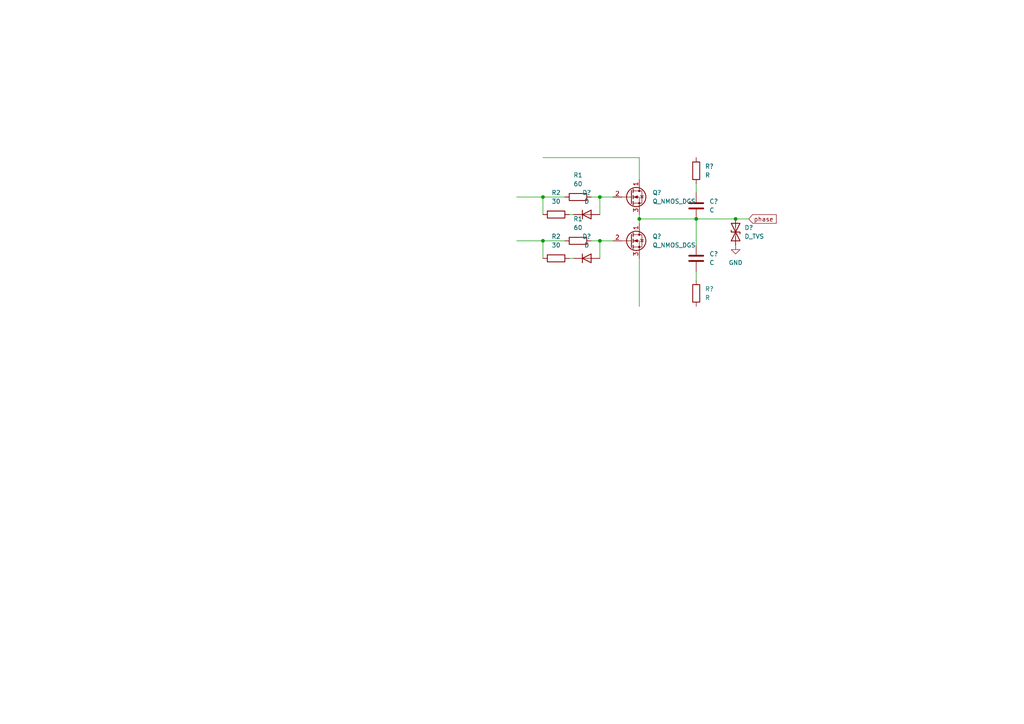
<source format=kicad_sch>
(kicad_sch (version 20211123) (generator eeschema)
  (paper "A4")
  (lib_symbols
    (symbol "Device:C" (pin_numbers hide) (pin_names (offset 0.254))
      (property "Reference" "C" (at 0.635 2.54 0))
      (property "Value" "C" (at 0.635 -2.54 0))
      (symbol "C_0_1"
        (polyline (pts (xy -2.032 -0.762) (xy 2.032 -0.762)) (stroke (width 0.508)))
        (polyline (pts (xy -2.032 0.762) (xy 2.032 0.762)) (stroke (width 0.508)))
      )
      (symbol "C_1_1"
        (pin passive line (at 0 3.81 270) (length 2.794) (name "~") (number "1"))
        (pin passive line (at 0 -3.81 90) (length 2.794) (name "~") (number "2"))
      )
    )
    (symbol "Device:D" (pin_numbers hide) (pin_names (offset 1.016) hide)
      (property "Reference" "D" (at 0 2.54 0))
      (property "Value" "D" (at 0 -2.54 0))
      (symbol "D_0_1"
        (polyline (pts (xy -1.27 1.27) (xy -1.27 -1.27)) (stroke (width 0.254)))
        (polyline (pts (xy 1.27 0) (xy -1.27 0)))
        (polyline (pts (xy 1.27 1.27) (xy 1.27 -1.27) (xy -1.27 0) (xy 1.27 1.27)) (stroke (width 0.254)))
      )
      (symbol "D_1_1"
        (pin passive line (at -3.81 0 0) (length 2.54) (name "K") (number "1"))
        (pin passive line (at 3.81 0 180) (length 2.54) (name "A") (number "2"))
      )
    )
    (symbol "Device:D_TVS" (pin_numbers hide) (pin_names (offset 1.016) hide)
      (property "Reference" "D" (at 0 2.54 0))
      (property "Value" "D_TVS" (at 0 -2.54 0))
      (symbol "D_TVS_0_1"
        (polyline (pts (xy 1.27 0) (xy -1.27 0)))
        (polyline (pts (xy 0.508 1.27) (xy 0 1.27) (xy 0 -1.27) (xy -0.508 -1.27)) (stroke (width 0.254)))
        (polyline (pts (xy -2.54 1.27) (xy -2.54 -1.27) (xy 2.54 1.27) (xy 2.54 -1.27) (xy -2.54 1.27)) (stroke (width 0.254)))
      )
      (symbol "D_TVS_1_1"
        (pin passive line (at -3.81 0 0) (length 2.54) (name "A1") (number "1"))
        (pin passive line (at 3.81 0 180) (length 2.54) (name "A2") (number "2"))
      )
    )
    (symbol "Device:Q_NMOS_DGS" (pin_names (offset 0) hide)
      (property "Reference" "Q" (at 5.08 1.27 0))
      (property "Value" "Q_NMOS_DGS" (at 5.08 -1.27 0))
      (symbol "Q_NMOS_DGS_0_1"
        (polyline (pts (xy 0.254 0) (xy -2.54 0)))
        (polyline (pts (xy 0.254 1.905) (xy 0.254 -1.905)) (stroke (width 0.254)))
        (polyline (pts (xy 0.762 -1.27) (xy 0.762 -2.286)) (stroke (width 0.254)))
        (polyline (pts (xy 0.762 0.508) (xy 0.762 -0.508)) (stroke (width 0.254)))
        (polyline (pts (xy 0.762 2.286) (xy 0.762 1.27)) (stroke (width 0.254)))
        (polyline (pts (xy 2.54 2.54) (xy 2.54 1.778)))
        (polyline (pts (xy 2.54 -2.54) (xy 2.54 0) (xy 0.762 0)))
        (polyline (pts (xy 0.762 -1.778) (xy 3.302 -1.778) (xy 3.302 1.778) (xy 0.762 1.778)))
        (polyline (pts (xy 1.016 0) (xy 2.032 0.381) (xy 2.032 -0.381) (xy 1.016 0)) (fill (type outline)))
        (polyline (pts (xy 2.794 0.508) (xy 2.921 0.381) (xy 3.683 0.381) (xy 3.81 0.254)))
        (polyline (pts (xy 3.302 0.381) (xy 2.921 -0.254) (xy 3.683 -0.254) (xy 3.302 0.381)))
        (circle (center 1.651 0) (radius 2.794) (stroke (width 0.254)))
        (circle (center 2.54 -1.778) (radius 0.254) (fill (type outline)))
        (circle (center 2.54 1.778) (radius 0.254) (fill (type outline)))
      )
      (symbol "Q_NMOS_DGS_1_1"
        (pin passive line (at 2.54 5.08 270) (length 2.54) (name "D") (number "1"))
        (pin input line (at -5.08 0 0) (length 2.54) (name "G") (number "2"))
        (pin passive line (at 2.54 -5.08 90) (length 2.54) (name "S") (number "3"))
      )
    )
    (symbol "Device:R" (pin_numbers hide) (pin_names (offset 0))
      (property "Reference" "R" (at 2.032 0 90))
      (property "Value" "R" (at 0 0 90))
      (symbol "R_0_1"
        (rectangle (start -1.016 -2.54) (end 1.016 2.54) (stroke (width 0.254)))
      )
      (symbol "R_1_1"
        (pin passive line (at 0 3.81 270) (length 1.27) (name "~") (number "1"))
        (pin passive line (at 0 -3.81 90) (length 1.27) (name "~") (number "2"))
      )
    )
    (symbol "power:GND" (power) (pin_names (offset 0))
      (property "Value" "GND" (at 0 -3.81 0))
      (symbol "GND_0_1"
        (polyline (pts (xy 0 0) (xy 0 -1.27) (xy 1.27 -1.27) (xy 0 -2.54) (xy -1.27 -1.27) (xy 0 -1.27)))
      )
      (symbol "GND_1_1"
        (pin power_in line (at 0 0 270) (length 0) hide (name "GND") (number "1"))
      )
    )
  )
  (junction (at 185.42 63.5))
  (junction (at 201.93 63.5))
  (junction (at 173.99 57.15))
  (junction (at 157.48 69.85))
  (junction (at 213.36 63.5))
  (junction (at 173.99 69.85))
  (junction (at 157.48 57.15))
  (wire (pts (xy 201.93 78.74) (xy 201.93 81.28)))
  (wire (pts (xy 185.42 74.93) (xy 185.42 88.9)))
  (wire (pts (xy 149.86 69.85) (xy 157.48 69.85)))
  (wire (pts (xy 201.93 63.5) (xy 213.36 63.5)))
  (wire (pts (xy 157.48 57.15) (xy 157.48 62.23)))
  (wire (pts (xy 171.45 69.85) (xy 173.99 69.85)))
  (wire (pts (xy 149.86 57.15) (xy 157.48 57.15)))
  (wire (pts (xy 185.42 63.5) (xy 201.93 63.5)))
  (wire (pts (xy 201.93 63.5) (xy 201.93 71.12)))
  (wire (pts (xy 157.48 69.85) (xy 157.48 74.93)))
  (wire (pts (xy 171.45 57.15) (xy 173.99 57.15)))
  (wire (pts (xy 166.37 74.93) (xy 165.1 74.93)))
  (wire (pts (xy 201.93 53.34) (xy 201.93 55.88)))
  (wire (pts (xy 173.99 69.85) (xy 173.99 74.93)))
  (wire (pts (xy 185.42 63.5) (xy 185.42 64.77)))
  (wire (pts (xy 165.1 62.23) (xy 166.37 62.23)))
  (wire (pts (xy 173.99 69.85) (xy 177.8 69.85)))
  (wire (pts (xy 173.99 57.15) (xy 173.99 62.23)))
  (wire (pts (xy 173.99 57.15) (xy 177.8 57.15)))
  (wire (pts (xy 185.42 62.23) (xy 185.42 63.5)))
  (wire (pts (xy 157.48 69.85) (xy 163.83 69.85)))
  (wire (pts (xy 157.48 45.72) (xy 185.42 45.72)))
  (wire (pts (xy 157.48 57.15) (xy 163.83 57.15)))
  (wire (pts (xy 185.42 52.07) (xy 185.42 45.72)))
  (wire (pts (xy 213.36 63.5) (xy 217.17 63.5)))
  (global_label "phase" (shape input) (at 217.17 63.5 0) (property "Intersheet References" "${INTERSHEET_REFS}" (effects hide)))
  (symbol (lib_id "Device:Q_NMOS_DGS") (at 182.88 57.15 0) (unit 1)
    (property "Reference" "Q?" (at 189.23 55.8799 0) (effects (justify left)))
    (property "Value" "Q_NMOS_DGS" (at 189.23 58.4199 0) (effects (justify left)))
  )
  (symbol (lib_id "Device:C") (at 201.93 74.93 0) (unit 1)
    (property "Reference" "C?" (at 205.74 73.6599 0) (effects (justify left)))
    (property "Value" "C" (at 205.74 76.1999 0) (effects (justify left)))
  )
  (symbol (lib_id "Device:Q_NMOS_DGS") (at 182.88 69.85 0) (unit 1)
    (property "Reference" "Q?" (at 189.23 68.5799 0) (effects (justify left)))
    (property "Value" "Q_NMOS_DGS" (at 189.23 71.12 0) (effects (justify left)))
  )
  (symbol (lib_id "Device:C") (at 201.93 59.69 0) (unit 1)
    (property "Reference" "C?" (at 205.74 58.4199 0) (effects (justify left)))
    (property "Value" "C" (at 205.74 60.9599 0) (effects (justify left)))
  )
  (symbol (lib_id "Device:D_TVS") (at 213.36 67.31 90) (unit 1)
    (property "Reference" "D?" (at 215.9 66.0399 90) (effects (justify right)))
    (property "Value" "D_TVS" (at 215.9 68.5799 90) (effects (justify right)))
  )
  (symbol (lib_id "power:GND") (at 213.36 71.12 0) (unit 1)
    (property "Reference" "#PWR?" (effects hide))
    (property "Value" "GND" (at 213.36 76.2 0))
  )
  (symbol (lib_id "Device:R") (at 201.93 49.53 0) (unit 1)
    (property "Reference" "R?" (at 204.47 48.2599 0) (effects (justify left)))
    (property "Value" "R" (at 204.47 50.7999 0) (effects (justify left)))
  )
  (symbol (lib_id "Device:R") (at 167.64 69.85 90) (unit 1)
    (property "Reference" "R1" (at 167.64 63.5 90))
    (property "Value" "60" (at 167.64 66.04 90))
  )
  (symbol (lib_id "Device:D") (at 170.18 74.93 0) (unit 1)
    (property "Reference" "D?" (at 170.18 68.58 0))
    (property "Value" "D" (at 170.18 71.12 0))
  )
  (symbol (lib_id "Device:R") (at 161.29 62.23 90) (unit 1)
    (property "Reference" "R2" (at 161.29 55.88 90))
    (property "Value" "30" (at 161.29 58.42 90))
  )
  (symbol (lib_id "Device:R") (at 201.93 85.09 0) (unit 1)
    (property "Reference" "R?" (at 204.47 83.8199 0) (effects (justify left)))
    (property "Value" "R" (at 204.47 86.3599 0) (effects (justify left)))
  )
  (symbol (lib_id "Device:R") (at 167.64 57.15 90) (unit 1)
    (property "Reference" "R1" (at 167.64 50.8 90))
    (property "Value" "60" (at 167.64 53.34 90))
  )
  (symbol (lib_id "Device:R") (at 161.29 74.93 90) (unit 1)
    (property "Reference" "R2" (at 161.29 68.58 90))
    (property "Value" "30" (at 161.29 71.12 90))
  )
  (symbol (lib_id "Device:D") (at 170.18 62.23 0) (unit 1)
    (property "Reference" "D?" (at 170.18 55.88 0))
    (property "Value" "D" (at 170.18 58.42 0))
  )
)
</source>
